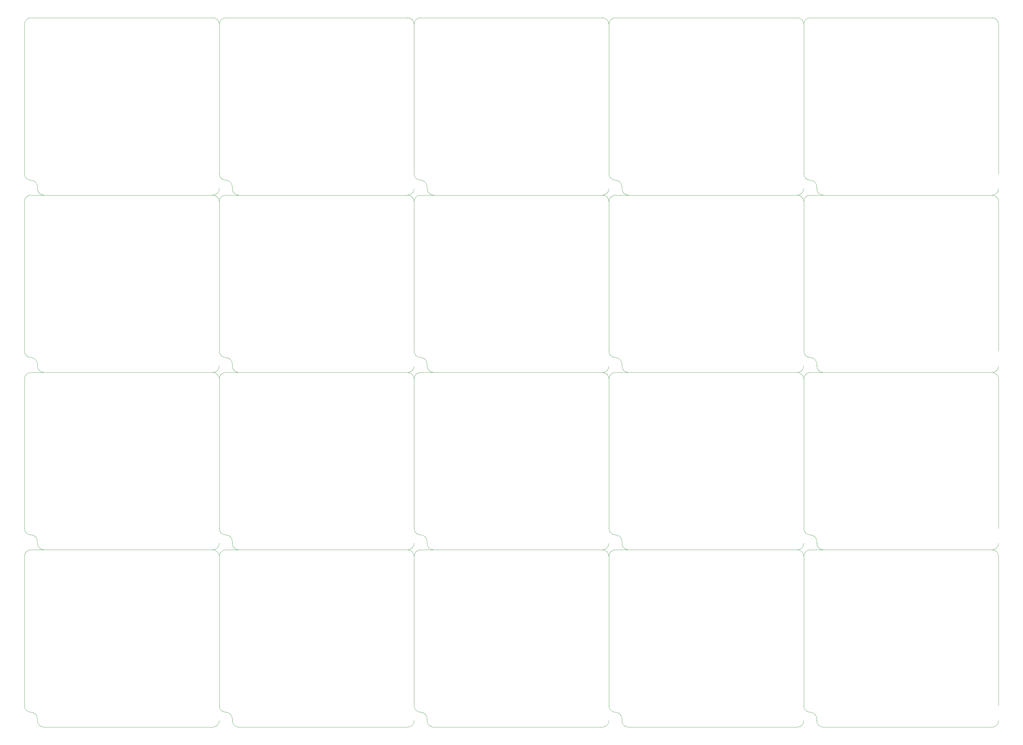
<source format=gbr>
%TF.GenerationSoftware,KiCad,Pcbnew,8.0.4*%
%TF.CreationDate,2024-11-04T15:19:50+09:00*%
%TF.ProjectId,L-SEAT V2.0,4c2d5345-4154-4205-9632-2e302e6b6963,rev?*%
%TF.SameCoordinates,Original*%
%TF.FileFunction,Profile,NP*%
%FSLAX46Y46*%
G04 Gerber Fmt 4.6, Leading zero omitted, Abs format (unit mm)*
G04 Created by KiCad (PCBNEW 8.0.4) date 2024-11-04 15:19:50*
%MOMM*%
%LPD*%
G01*
G04 APERTURE LIST*
%TA.AperFunction,Profile*%
%ADD10C,0.050000*%
%TD*%
G04 APERTURE END LIST*
D10*
X333895000Y-215240000D02*
G75*
G02*
X335895000Y-217240000I0J-2000000D01*
G01*
X279895000Y-267240000D02*
X279895000Y-267840000D01*
X277895000Y-265240000D02*
G75*
G02*
X275895000Y-263240000I0J2000000D01*
G01*
X277895000Y-215240000D02*
X333895000Y-215240000D01*
X275895000Y-217240000D02*
G75*
G02*
X277895000Y-215240000I2000000J0D01*
G01*
X281895000Y-269840000D02*
X333890000Y-269840000D01*
X277895000Y-265240000D02*
G75*
G02*
X279895000Y-267240000I0J-2000000D01*
G01*
X335895000Y-267840000D02*
G75*
G02*
X333895000Y-269840000I-2000000J0D01*
G01*
X335895000Y-263240000D02*
X335895000Y-217240000D01*
X281895000Y-269840000D02*
G75*
G02*
X279895000Y-267840000I0J2000000D01*
G01*
X275895000Y-263240000D02*
X275895000Y-217240000D01*
X273895000Y-215240000D02*
G75*
G02*
X275895000Y-217240000I0J-2000000D01*
G01*
X219895000Y-267240000D02*
X219895000Y-267840000D01*
X217895000Y-265240000D02*
G75*
G02*
X215895000Y-263240000I0J2000000D01*
G01*
X217895000Y-215240000D02*
X273895000Y-215240000D01*
X215895000Y-217240000D02*
G75*
G02*
X217895000Y-215240000I2000000J0D01*
G01*
X221895000Y-269840000D02*
X273890000Y-269840000D01*
X217895000Y-265240000D02*
G75*
G02*
X219895000Y-267240000I0J-2000000D01*
G01*
X275895000Y-267840000D02*
G75*
G02*
X273895000Y-269840000I-2000000J0D01*
G01*
X275895000Y-263240000D02*
X275895000Y-217240000D01*
X221895000Y-269840000D02*
G75*
G02*
X219895000Y-267840000I0J2000000D01*
G01*
X215895000Y-263240000D02*
X215895000Y-217240000D01*
X213895000Y-215240000D02*
G75*
G02*
X215895000Y-217240000I0J-2000000D01*
G01*
X159895000Y-267240000D02*
X159895000Y-267840000D01*
X157895000Y-265240000D02*
G75*
G02*
X155895000Y-263240000I0J2000000D01*
G01*
X157895000Y-215240000D02*
X213895000Y-215240000D01*
X155895000Y-217240000D02*
G75*
G02*
X157895000Y-215240000I2000000J0D01*
G01*
X161895000Y-269840000D02*
X213890000Y-269840000D01*
X157895000Y-265240000D02*
G75*
G02*
X159895000Y-267240000I0J-2000000D01*
G01*
X215895000Y-267840000D02*
G75*
G02*
X213895000Y-269840000I-2000000J0D01*
G01*
X215895000Y-263240000D02*
X215895000Y-217240000D01*
X161895000Y-269840000D02*
G75*
G02*
X159895000Y-267840000I0J2000000D01*
G01*
X155895000Y-263240000D02*
X155895000Y-217240000D01*
X153895000Y-215240000D02*
G75*
G02*
X155895000Y-217240000I0J-2000000D01*
G01*
X99895000Y-267240000D02*
X99895000Y-267840000D01*
X97895000Y-265240000D02*
G75*
G02*
X95895000Y-263240000I0J2000000D01*
G01*
X97895000Y-215240000D02*
X153895000Y-215240000D01*
X95895000Y-217240000D02*
G75*
G02*
X97895000Y-215240000I2000000J0D01*
G01*
X101895000Y-269840000D02*
X153890000Y-269840000D01*
X97895000Y-265240000D02*
G75*
G02*
X99895000Y-267240000I0J-2000000D01*
G01*
X155895000Y-267840000D02*
G75*
G02*
X153895000Y-269840000I-2000000J0D01*
G01*
X155895000Y-263240000D02*
X155895000Y-217240000D01*
X101895000Y-269840000D02*
G75*
G02*
X99895000Y-267840000I0J2000000D01*
G01*
X95895000Y-263240000D02*
X95895000Y-217240000D01*
X93895000Y-215240000D02*
G75*
G02*
X95895000Y-217240000I0J-2000000D01*
G01*
X39895000Y-267240000D02*
X39895000Y-267840000D01*
X37895000Y-265240000D02*
G75*
G02*
X35895000Y-263240000I0J2000000D01*
G01*
X37895000Y-215240000D02*
X93895000Y-215240000D01*
X35895000Y-217240000D02*
G75*
G02*
X37895000Y-215240000I2000000J0D01*
G01*
X41895000Y-269840000D02*
X93890000Y-269840000D01*
X37895000Y-265240000D02*
G75*
G02*
X39895000Y-267240000I0J-2000000D01*
G01*
X95895000Y-267840000D02*
G75*
G02*
X93895000Y-269840000I-2000000J0D01*
G01*
X95895000Y-263240000D02*
X95895000Y-217240000D01*
X41895000Y-269840000D02*
G75*
G02*
X39895000Y-267840000I0J2000000D01*
G01*
X35895000Y-263240000D02*
X35895000Y-217240000D01*
X333895000Y-160640000D02*
G75*
G02*
X335895000Y-162640000I0J-2000000D01*
G01*
X279895000Y-212640000D02*
X279895000Y-213240000D01*
X277895000Y-210640000D02*
G75*
G02*
X275895000Y-208640000I0J2000000D01*
G01*
X277895000Y-160640000D02*
X333895000Y-160640000D01*
X275895000Y-162640000D02*
G75*
G02*
X277895000Y-160640000I2000000J0D01*
G01*
X281895000Y-215240000D02*
X333890000Y-215240000D01*
X277895000Y-210640000D02*
G75*
G02*
X279895000Y-212640000I0J-2000000D01*
G01*
X335895000Y-213240000D02*
G75*
G02*
X333895000Y-215240000I-2000000J0D01*
G01*
X335895000Y-208640000D02*
X335895000Y-162640000D01*
X281895000Y-215240000D02*
G75*
G02*
X279895000Y-213240000I0J2000000D01*
G01*
X275895000Y-208640000D02*
X275895000Y-162640000D01*
X273895000Y-160640000D02*
G75*
G02*
X275895000Y-162640000I0J-2000000D01*
G01*
X219895000Y-212640000D02*
X219895000Y-213240000D01*
X217895000Y-210640000D02*
G75*
G02*
X215895000Y-208640000I0J2000000D01*
G01*
X217895000Y-160640000D02*
X273895000Y-160640000D01*
X215895000Y-162640000D02*
G75*
G02*
X217895000Y-160640000I2000000J0D01*
G01*
X221895000Y-215240000D02*
X273890000Y-215240000D01*
X217895000Y-210640000D02*
G75*
G02*
X219895000Y-212640000I0J-2000000D01*
G01*
X275895000Y-213240000D02*
G75*
G02*
X273895000Y-215240000I-2000000J0D01*
G01*
X275895000Y-208640000D02*
X275895000Y-162640000D01*
X221895000Y-215240000D02*
G75*
G02*
X219895000Y-213240000I0J2000000D01*
G01*
X215895000Y-208640000D02*
X215895000Y-162640000D01*
X213895000Y-160640000D02*
G75*
G02*
X215895000Y-162640000I0J-2000000D01*
G01*
X159895000Y-212640000D02*
X159895000Y-213240000D01*
X157895000Y-210640000D02*
G75*
G02*
X155895000Y-208640000I0J2000000D01*
G01*
X157895000Y-160640000D02*
X213895000Y-160640000D01*
X155895000Y-162640000D02*
G75*
G02*
X157895000Y-160640000I2000000J0D01*
G01*
X161895000Y-215240000D02*
X213890000Y-215240000D01*
X157895000Y-210640000D02*
G75*
G02*
X159895000Y-212640000I0J-2000000D01*
G01*
X215895000Y-213240000D02*
G75*
G02*
X213895000Y-215240000I-2000000J0D01*
G01*
X215895000Y-208640000D02*
X215895000Y-162640000D01*
X161895000Y-215240000D02*
G75*
G02*
X159895000Y-213240000I0J2000000D01*
G01*
X155895000Y-208640000D02*
X155895000Y-162640000D01*
X153895000Y-160640000D02*
G75*
G02*
X155895000Y-162640000I0J-2000000D01*
G01*
X99895000Y-212640000D02*
X99895000Y-213240000D01*
X97895000Y-210640000D02*
G75*
G02*
X95895000Y-208640000I0J2000000D01*
G01*
X97895000Y-160640000D02*
X153895000Y-160640000D01*
X95895000Y-162640000D02*
G75*
G02*
X97895000Y-160640000I2000000J0D01*
G01*
X101895000Y-215240000D02*
X153890000Y-215240000D01*
X97895000Y-210640000D02*
G75*
G02*
X99895000Y-212640000I0J-2000000D01*
G01*
X155895000Y-213240000D02*
G75*
G02*
X153895000Y-215240000I-2000000J0D01*
G01*
X155895000Y-208640000D02*
X155895000Y-162640000D01*
X101895000Y-215240000D02*
G75*
G02*
X99895000Y-213240000I0J2000000D01*
G01*
X95895000Y-208640000D02*
X95895000Y-162640000D01*
X93895000Y-160640000D02*
G75*
G02*
X95895000Y-162640000I0J-2000000D01*
G01*
X39895000Y-212640000D02*
X39895000Y-213240000D01*
X37895000Y-210640000D02*
G75*
G02*
X35895000Y-208640000I0J2000000D01*
G01*
X37895000Y-160640000D02*
X93895000Y-160640000D01*
X35895000Y-162640000D02*
G75*
G02*
X37895000Y-160640000I2000000J0D01*
G01*
X41895000Y-215240000D02*
X93890000Y-215240000D01*
X37895000Y-210640000D02*
G75*
G02*
X39895000Y-212640000I0J-2000000D01*
G01*
X95895000Y-213240000D02*
G75*
G02*
X93895000Y-215240000I-2000000J0D01*
G01*
X95895000Y-208640000D02*
X95895000Y-162640000D01*
X41895000Y-215240000D02*
G75*
G02*
X39895000Y-213240000I0J2000000D01*
G01*
X35895000Y-208640000D02*
X35895000Y-162640000D01*
X333895000Y-106040000D02*
G75*
G02*
X335895000Y-108040000I0J-2000000D01*
G01*
X279895000Y-158040000D02*
X279895000Y-158640000D01*
X277895000Y-156040000D02*
G75*
G02*
X275895000Y-154040000I0J2000000D01*
G01*
X277895000Y-106040000D02*
X333895000Y-106040000D01*
X275895000Y-108040000D02*
G75*
G02*
X277895000Y-106040000I2000000J0D01*
G01*
X281895000Y-160640000D02*
X333890000Y-160640000D01*
X277895000Y-156040000D02*
G75*
G02*
X279895000Y-158040000I0J-2000000D01*
G01*
X335895000Y-158640000D02*
G75*
G02*
X333895000Y-160640000I-2000000J0D01*
G01*
X335895000Y-154040000D02*
X335895000Y-108040000D01*
X281895000Y-160640000D02*
G75*
G02*
X279895000Y-158640000I0J2000000D01*
G01*
X275895000Y-154040000D02*
X275895000Y-108040000D01*
X273895000Y-106040000D02*
G75*
G02*
X275895000Y-108040000I0J-2000000D01*
G01*
X219895000Y-158040000D02*
X219895000Y-158640000D01*
X217895000Y-156040000D02*
G75*
G02*
X215895000Y-154040000I0J2000000D01*
G01*
X217895000Y-106040000D02*
X273895000Y-106040000D01*
X215895000Y-108040000D02*
G75*
G02*
X217895000Y-106040000I2000000J0D01*
G01*
X221895000Y-160640000D02*
X273890000Y-160640000D01*
X217895000Y-156040000D02*
G75*
G02*
X219895000Y-158040000I0J-2000000D01*
G01*
X275895000Y-158640000D02*
G75*
G02*
X273895000Y-160640000I-2000000J0D01*
G01*
X275895000Y-154040000D02*
X275895000Y-108040000D01*
X221895000Y-160640000D02*
G75*
G02*
X219895000Y-158640000I0J2000000D01*
G01*
X215895000Y-154040000D02*
X215895000Y-108040000D01*
X213895000Y-106040000D02*
G75*
G02*
X215895000Y-108040000I0J-2000000D01*
G01*
X159895000Y-158040000D02*
X159895000Y-158640000D01*
X157895000Y-156040000D02*
G75*
G02*
X155895000Y-154040000I0J2000000D01*
G01*
X157895000Y-106040000D02*
X213895000Y-106040000D01*
X155895000Y-108040000D02*
G75*
G02*
X157895000Y-106040000I2000000J0D01*
G01*
X161895000Y-160640000D02*
X213890000Y-160640000D01*
X157895000Y-156040000D02*
G75*
G02*
X159895000Y-158040000I0J-2000000D01*
G01*
X215895000Y-158640000D02*
G75*
G02*
X213895000Y-160640000I-2000000J0D01*
G01*
X215895000Y-154040000D02*
X215895000Y-108040000D01*
X161895000Y-160640000D02*
G75*
G02*
X159895000Y-158640000I0J2000000D01*
G01*
X155895000Y-154040000D02*
X155895000Y-108040000D01*
X153895000Y-106040000D02*
G75*
G02*
X155895000Y-108040000I0J-2000000D01*
G01*
X99895000Y-158040000D02*
X99895000Y-158640000D01*
X97895000Y-156040000D02*
G75*
G02*
X95895000Y-154040000I0J2000000D01*
G01*
X97895000Y-106040000D02*
X153895000Y-106040000D01*
X95895000Y-108040000D02*
G75*
G02*
X97895000Y-106040000I2000000J0D01*
G01*
X101895000Y-160640000D02*
X153890000Y-160640000D01*
X97895000Y-156040000D02*
G75*
G02*
X99895000Y-158040000I0J-2000000D01*
G01*
X155895000Y-158640000D02*
G75*
G02*
X153895000Y-160640000I-2000000J0D01*
G01*
X155895000Y-154040000D02*
X155895000Y-108040000D01*
X101895000Y-160640000D02*
G75*
G02*
X99895000Y-158640000I0J2000000D01*
G01*
X95895000Y-154040000D02*
X95895000Y-108040000D01*
X93895000Y-106040000D02*
G75*
G02*
X95895000Y-108040000I0J-2000000D01*
G01*
X39895000Y-158040000D02*
X39895000Y-158640000D01*
X37895000Y-156040000D02*
G75*
G02*
X35895000Y-154040000I0J2000000D01*
G01*
X37895000Y-106040000D02*
X93895000Y-106040000D01*
X35895000Y-108040000D02*
G75*
G02*
X37895000Y-106040000I2000000J0D01*
G01*
X41895000Y-160640000D02*
X93890000Y-160640000D01*
X37895000Y-156040000D02*
G75*
G02*
X39895000Y-158040000I0J-2000000D01*
G01*
X95895000Y-158640000D02*
G75*
G02*
X93895000Y-160640000I-2000000J0D01*
G01*
X95895000Y-154040000D02*
X95895000Y-108040000D01*
X41895000Y-160640000D02*
G75*
G02*
X39895000Y-158640000I0J2000000D01*
G01*
X35895000Y-154040000D02*
X35895000Y-108040000D01*
X333895000Y-51440000D02*
G75*
G02*
X335895000Y-53440000I0J-2000000D01*
G01*
X279895000Y-103440000D02*
X279895000Y-104040000D01*
X277895000Y-101440000D02*
G75*
G02*
X275895000Y-99440000I0J2000000D01*
G01*
X277895000Y-51440000D02*
X333895000Y-51440000D01*
X275895000Y-53440000D02*
G75*
G02*
X277895000Y-51440000I2000000J0D01*
G01*
X281895000Y-106040000D02*
X333890000Y-106040000D01*
X277895000Y-101440000D02*
G75*
G02*
X279895000Y-103440000I0J-2000000D01*
G01*
X335895000Y-104040000D02*
G75*
G02*
X333895000Y-106040000I-2000000J0D01*
G01*
X335895000Y-99440000D02*
X335895000Y-53440000D01*
X281895000Y-106040000D02*
G75*
G02*
X279895000Y-104040000I0J2000000D01*
G01*
X275895000Y-99440000D02*
X275895000Y-53440000D01*
X273895000Y-51440000D02*
G75*
G02*
X275895000Y-53440000I0J-2000000D01*
G01*
X219895000Y-103440000D02*
X219895000Y-104040000D01*
X217895000Y-101440000D02*
G75*
G02*
X215895000Y-99440000I0J2000000D01*
G01*
X217895000Y-51440000D02*
X273895000Y-51440000D01*
X215895000Y-53440000D02*
G75*
G02*
X217895000Y-51440000I2000000J0D01*
G01*
X221895000Y-106040000D02*
X273890000Y-106040000D01*
X217895000Y-101440000D02*
G75*
G02*
X219895000Y-103440000I0J-2000000D01*
G01*
X275895000Y-104040000D02*
G75*
G02*
X273895000Y-106040000I-2000000J0D01*
G01*
X275895000Y-99440000D02*
X275895000Y-53440000D01*
X221895000Y-106040000D02*
G75*
G02*
X219895000Y-104040000I0J2000000D01*
G01*
X215895000Y-99440000D02*
X215895000Y-53440000D01*
X213895000Y-51440000D02*
G75*
G02*
X215895000Y-53440000I0J-2000000D01*
G01*
X159895000Y-103440000D02*
X159895000Y-104040000D01*
X157895000Y-101440000D02*
G75*
G02*
X155895000Y-99440000I0J2000000D01*
G01*
X157895000Y-51440000D02*
X213895000Y-51440000D01*
X155895000Y-53440000D02*
G75*
G02*
X157895000Y-51440000I2000000J0D01*
G01*
X161895000Y-106040000D02*
X213890000Y-106040000D01*
X157895000Y-101440000D02*
G75*
G02*
X159895000Y-103440000I0J-2000000D01*
G01*
X215895000Y-104040000D02*
G75*
G02*
X213895000Y-106040000I-2000000J0D01*
G01*
X215895000Y-99440000D02*
X215895000Y-53440000D01*
X161895000Y-106040000D02*
G75*
G02*
X159895000Y-104040000I0J2000000D01*
G01*
X155895000Y-99440000D02*
X155895000Y-53440000D01*
X153895000Y-51440000D02*
G75*
G02*
X155895000Y-53440000I0J-2000000D01*
G01*
X99895000Y-103440000D02*
X99895000Y-104040000D01*
X97895000Y-101440000D02*
G75*
G02*
X95895000Y-99440000I0J2000000D01*
G01*
X97895000Y-51440000D02*
X153895000Y-51440000D01*
X95895000Y-53440000D02*
G75*
G02*
X97895000Y-51440000I2000000J0D01*
G01*
X101895000Y-106040000D02*
X153890000Y-106040000D01*
X97895000Y-101440000D02*
G75*
G02*
X99895000Y-103440000I0J-2000000D01*
G01*
X155895000Y-104040000D02*
G75*
G02*
X153895000Y-106040000I-2000000J0D01*
G01*
X155895000Y-99440000D02*
X155895000Y-53440000D01*
X101895000Y-106040000D02*
G75*
G02*
X99895000Y-104040000I0J2000000D01*
G01*
X95895000Y-99440000D02*
X95895000Y-53440000D01*
X35895000Y-99440000D02*
X35895000Y-53440000D01*
X95895000Y-99440000D02*
X95895000Y-53440000D01*
X41895000Y-106040000D02*
G75*
G02*
X39895000Y-104040000I0J2000000D01*
G01*
X95895000Y-104040000D02*
G75*
G02*
X93895000Y-106040000I-2000000J0D01*
G01*
X37895000Y-101440000D02*
G75*
G02*
X39895000Y-103440000I0J-2000000D01*
G01*
X41895000Y-106040000D02*
X93890000Y-106040000D01*
X35895000Y-53440000D02*
G75*
G02*
X37895000Y-51440000I2000000J0D01*
G01*
X37895000Y-51440000D02*
X93895000Y-51440000D01*
X37895000Y-101440000D02*
G75*
G02*
X35895000Y-99440000I0J2000000D01*
G01*
X39895000Y-103440000D02*
X39895000Y-104040000D01*
X93895000Y-51440000D02*
G75*
G02*
X95895000Y-53440000I0J-2000000D01*
G01*
M02*

</source>
